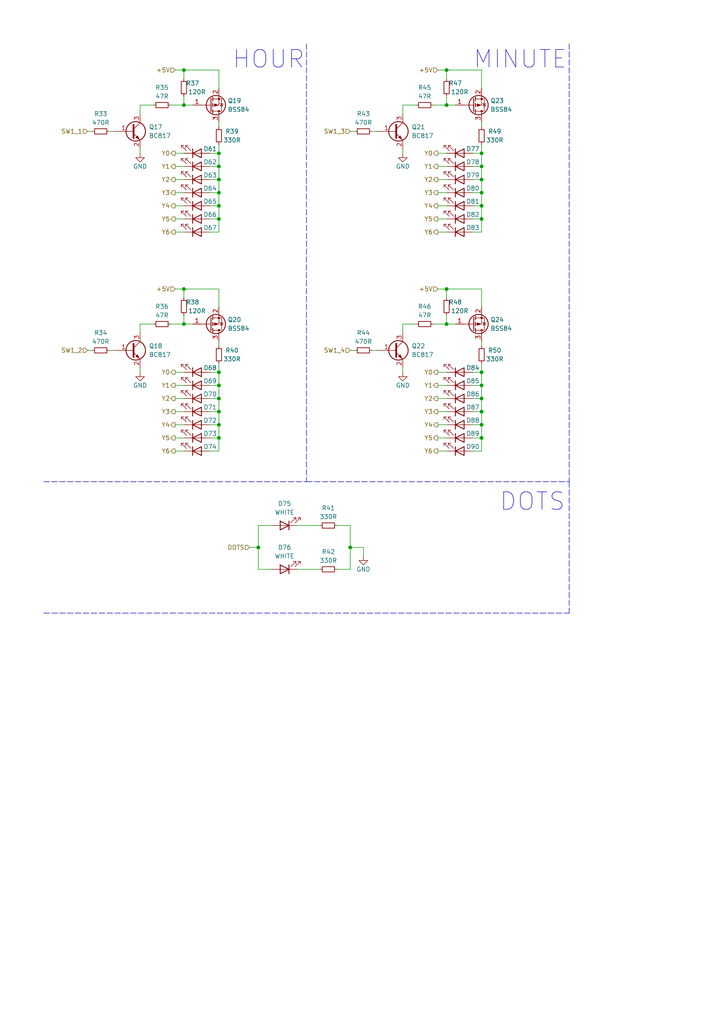
<source format=kicad_sch>
(kicad_sch (version 20211123) (generator eeschema)
  (paper "A4" portrait)
  (lib_symbols
    (symbol "Device:LED" (pin_numbers hide) (pin_names (offset 1.016) hide)
      (property "Reference" "D" (at 0 2.54 0))
      (property "Value" "LED" (at 0 -2.54 0))
      (symbol "LED_0_1"
        (polyline (pts (xy -1.27 -1.27) (xy -1.27 1.27)) (stroke (width 0.254)))
        (polyline (pts (xy -1.27 0) (xy 1.27 0)))
        (polyline (pts (xy 1.27 -1.27) (xy 1.27 1.27) (xy -1.27 0) (xy 1.27 -1.27)) (stroke (width 0.254)))
        (polyline (pts (xy -3.048 -0.762) (xy -4.572 -2.286) (xy -3.81 -2.286) (xy -4.572 -2.286) (xy -4.572 -1.524)))
        (polyline (pts (xy -1.778 -0.762) (xy -3.302 -2.286) (xy -2.54 -2.286) (xy -3.302 -2.286) (xy -3.302 -1.524)))
      )
      (symbol "LED_1_1"
        (pin passive line (at -3.81 0 0) (length 2.54) (name "K") (number "1"))
        (pin passive line (at 3.81 0 180) (length 2.54) (name "A") (number "2"))
      )
    )
    (symbol "Device:R_Small" (pin_numbers hide) (pin_names (offset 0.254) hide)
      (property "Reference" "R" (at 0.762 0.508 0))
      (property "Value" "R_Small" (at 0.762 -1.016 0))
      (symbol "R_Small_0_1"
        (rectangle (start -0.762 1.778) (end 0.762 -1.778) (stroke (width 0.2032)))
      )
      (symbol "R_Small_1_1"
        (pin passive line (at 0 2.54 270) (length 0.762) (name "~") (number "1"))
        (pin passive line (at 0 -2.54 90) (length 0.762) (name "~") (number "2"))
      )
    )
    (symbol "Transistor_BJT:BC817" (pin_names (offset 0) hide)
      (property "Reference" "Q" (at 5.08 1.905 0))
      (property "Value" "BC817" (at 5.08 0 0))
      (symbol "BC817_0_1"
        (polyline (pts (xy 0.635 0.635) (xy 2.54 2.54)))
        (polyline (pts (xy 0.635 -0.635) (xy 2.54 -2.54) (xy 2.54 -2.54)))
        (polyline (pts (xy 0.635 1.905) (xy 0.635 -1.905) (xy 0.635 -1.905)) (stroke (width 0.508)))
        (polyline (pts (xy 1.27 -1.778) (xy 1.778 -1.27) (xy 2.286 -2.286) (xy 1.27 -1.778) (xy 1.27 -1.778)) (fill (type outline)))
        (circle (center 1.27 0) (radius 2.8194) (stroke (width 0.254)))
      )
      (symbol "BC817_1_1"
        (pin input line (at -5.08 0 0) (length 5.715) (name "B") (number "1"))
        (pin passive line (at 2.54 -5.08 90) (length 2.54) (name "E") (number "2"))
        (pin passive line (at 2.54 5.08 270) (length 2.54) (name "C") (number "3"))
      )
    )
    (symbol "Transistor_FET:BSS84" (pin_names hide)
      (property "Reference" "Q" (at 5.08 1.905 0))
      (property "Value" "BSS84" (at 5.08 0 0))
      (symbol "BSS84_0_1"
        (polyline (pts (xy 0.254 0) (xy -2.54 0)))
        (polyline (pts (xy 0.254 1.905) (xy 0.254 -1.905)) (stroke (width 0.254)))
        (polyline (pts (xy 0.762 -1.27) (xy 0.762 -2.286)) (stroke (width 0.254)))
        (polyline (pts (xy 0.762 0.508) (xy 0.762 -0.508)) (stroke (width 0.254)))
        (polyline (pts (xy 0.762 2.286) (xy 0.762 1.27)) (stroke (width 0.254)))
        (polyline (pts (xy 2.54 2.54) (xy 2.54 1.778)))
        (polyline (pts (xy 2.54 -2.54) (xy 2.54 0) (xy 0.762 0)))
        (polyline (pts (xy 0.762 1.778) (xy 3.302 1.778) (xy 3.302 -1.778) (xy 0.762 -1.778)))
        (polyline (pts (xy 2.286 0) (xy 1.27 0.381) (xy 1.27 -0.381) (xy 2.286 0)) (fill (type outline)))
        (polyline (pts (xy 2.794 -0.508) (xy 2.921 -0.381) (xy 3.683 -0.381) (xy 3.81 -0.254)))
        (polyline (pts (xy 3.302 -0.381) (xy 2.921 0.254) (xy 3.683 0.254) (xy 3.302 -0.381)))
        (circle (center 1.651 0) (radius 2.794) (stroke (width 0.254)))
        (circle (center 2.54 -1.778) (radius 0.254) (fill (type outline)))
        (circle (center 2.54 1.778) (radius 0.254) (fill (type outline)))
      )
      (symbol "BSS84_1_1"
        (pin input line (at -5.08 0 0) (length 2.54) (name "G") (number "1"))
        (pin passive line (at 2.54 -5.08 90) (length 2.54) (name "S") (number "2"))
        (pin passive line (at 2.54 5.08 270) (length 2.54) (name "D") (number "3"))
      )
    )
    (symbol "power:GND" (power) (pin_names (offset 0))
      (property "Value" "GND" (at 0 -3.81 0))
      (symbol "GND_0_1"
        (polyline (pts (xy 0 0) (xy 0 -1.27) (xy 1.27 -1.27) (xy 0 -2.54) (xy -1.27 -1.27) (xy 0 -1.27)))
      )
      (symbol "GND_1_1"
        (pin power_in line (at 0 0 270) (length 0) hide (name "GND") (number "1"))
      )
    )
  )
  (junction (at 129.54 83.82))
  (junction (at 63.5 115.57))
  (junction (at 129.54 20.32))
  (junction (at 139.7 119.38))
  (junction (at 139.7 123.19))
  (junction (at 139.7 111.76))
  (junction (at 139.7 107.95))
  (junction (at 63.5 55.88))
  (junction (at 101.6 158.75))
  (junction (at 139.7 55.88))
  (junction (at 63.5 52.07))
  (junction (at 139.7 48.26))
  (junction (at 53.34 30.48))
  (junction (at 53.34 93.98))
  (junction (at 139.7 44.45))
  (junction (at 53.34 20.32))
  (junction (at 63.5 123.19))
  (junction (at 139.7 115.57))
  (junction (at 129.54 30.48))
  (junction (at 63.5 44.45))
  (junction (at 74.93 158.75))
  (junction (at 53.34 83.82))
  (junction (at 63.5 111.76))
  (junction (at 129.54 93.98))
  (junction (at 139.7 59.69))
  (junction (at 139.7 52.07))
  (junction (at 63.5 107.95))
  (junction (at 63.5 119.38))
  (junction (at 63.5 48.26))
  (junction (at 63.5 59.69))
  (junction (at 139.7 127))
  (junction (at 139.7 63.5))
  (junction (at 63.5 127))
  (junction (at 63.5 63.5))
  (wire (pts (xy 127 119.38) (xy 129.54 119.38)))
  (wire (pts (xy 139.7 55.88) (xy 139.7 59.69)))
  (wire (pts (xy 50.8 20.32) (xy 53.34 20.32)))
  (polyline (pts (xy 12.7 177.8) (xy 165.1 177.8)))
  (wire (pts (xy 105.41 158.75) (xy 101.6 158.75)))
  (wire (pts (xy 137.16 107.95) (xy 139.7 107.95)))
  (wire (pts (xy 101.6 38.1) (xy 102.87 38.1)))
  (wire (pts (xy 25.4 101.6) (xy 26.67 101.6)))
  (wire (pts (xy 50.8 83.82) (xy 53.34 83.82)))
  (wire (pts (xy 63.5 107.95) (xy 63.5 111.76)))
  (wire (pts (xy 78.74 165.1) (xy 74.93 165.1)))
  (wire (pts (xy 137.16 67.31) (xy 139.7 67.31)))
  (wire (pts (xy 139.7 52.07) (xy 139.7 55.88)))
  (wire (pts (xy 60.96 111.76) (xy 63.5 111.76)))
  (wire (pts (xy 63.5 99.06) (xy 63.5 100.33)))
  (wire (pts (xy 50.8 107.95) (xy 53.34 107.95)))
  (wire (pts (xy 63.5 115.57) (xy 63.5 119.38)))
  (wire (pts (xy 120.65 30.48) (xy 116.84 30.48)))
  (wire (pts (xy 127 44.45) (xy 129.54 44.45)))
  (wire (pts (xy 101.6 101.6) (xy 102.87 101.6)))
  (wire (pts (xy 116.84 93.98) (xy 116.84 96.52)))
  (wire (pts (xy 60.96 130.81) (xy 63.5 130.81)))
  (wire (pts (xy 63.5 83.82) (xy 63.5 88.9)))
  (wire (pts (xy 63.5 127) (xy 63.5 130.81)))
  (wire (pts (xy 139.7 48.26) (xy 139.7 52.07)))
  (wire (pts (xy 127 115.57) (xy 129.54 115.57)))
  (wire (pts (xy 63.5 44.45) (xy 63.5 48.26)))
  (wire (pts (xy 97.79 165.1) (xy 101.6 165.1)))
  (wire (pts (xy 129.54 93.98) (xy 132.08 93.98)))
  (wire (pts (xy 50.8 111.76) (xy 53.34 111.76)))
  (wire (pts (xy 127 67.31) (xy 129.54 67.31)))
  (polyline (pts (xy 88.9 139.7) (xy 165.1 139.7)))
  (wire (pts (xy 86.36 165.1) (xy 92.71 165.1)))
  (wire (pts (xy 63.5 55.88) (xy 63.5 59.69)))
  (wire (pts (xy 107.95 101.6) (xy 109.22 101.6)))
  (wire (pts (xy 137.16 59.69) (xy 139.7 59.69)))
  (wire (pts (xy 116.84 30.48) (xy 116.84 33.02)))
  (wire (pts (xy 72.39 158.75) (xy 74.93 158.75)))
  (wire (pts (xy 120.65 93.98) (xy 116.84 93.98)))
  (wire (pts (xy 137.16 52.07) (xy 139.7 52.07)))
  (wire (pts (xy 50.8 119.38) (xy 53.34 119.38)))
  (wire (pts (xy 53.34 83.82) (xy 63.5 83.82)))
  (wire (pts (xy 63.5 63.5) (xy 63.5 67.31)))
  (wire (pts (xy 50.8 127) (xy 53.34 127)))
  (wire (pts (xy 50.8 130.81) (xy 53.34 130.81)))
  (wire (pts (xy 53.34 91.44) (xy 53.34 93.98)))
  (wire (pts (xy 53.34 27.94) (xy 53.34 30.48)))
  (wire (pts (xy 60.96 55.88) (xy 63.5 55.88)))
  (wire (pts (xy 97.79 152.4) (xy 101.6 152.4)))
  (polyline (pts (xy 165.1 12.7) (xy 165.1 139.7)))
  (wire (pts (xy 60.96 59.69) (xy 63.5 59.69)))
  (wire (pts (xy 139.7 115.57) (xy 139.7 119.38)))
  (wire (pts (xy 63.5 48.26) (xy 63.5 52.07)))
  (wire (pts (xy 127 123.19) (xy 129.54 123.19)))
  (wire (pts (xy 60.96 115.57) (xy 63.5 115.57)))
  (wire (pts (xy 105.41 158.75) (xy 105.41 161.29)))
  (wire (pts (xy 137.16 115.57) (xy 139.7 115.57)))
  (wire (pts (xy 63.5 111.76) (xy 63.5 115.57)))
  (wire (pts (xy 127 130.81) (xy 129.54 130.81)))
  (wire (pts (xy 40.64 106.68) (xy 40.64 107.95)))
  (wire (pts (xy 137.16 48.26) (xy 139.7 48.26)))
  (wire (pts (xy 50.8 44.45) (xy 53.34 44.45)))
  (wire (pts (xy 125.73 30.48) (xy 129.54 30.48)))
  (wire (pts (xy 129.54 83.82) (xy 139.7 83.82)))
  (wire (pts (xy 50.8 67.31) (xy 53.34 67.31)))
  (wire (pts (xy 139.7 119.38) (xy 139.7 123.19)))
  (wire (pts (xy 53.34 30.48) (xy 55.88 30.48)))
  (wire (pts (xy 139.7 63.5) (xy 139.7 67.31)))
  (wire (pts (xy 127 63.5) (xy 129.54 63.5)))
  (wire (pts (xy 137.16 123.19) (xy 139.7 123.19)))
  (wire (pts (xy 129.54 83.82) (xy 129.54 86.36)))
  (wire (pts (xy 49.53 93.98) (xy 53.34 93.98)))
  (wire (pts (xy 127 55.88) (xy 129.54 55.88)))
  (wire (pts (xy 53.34 20.32) (xy 53.34 22.86)))
  (wire (pts (xy 137.16 55.88) (xy 139.7 55.88)))
  (wire (pts (xy 101.6 152.4) (xy 101.6 158.75)))
  (polyline (pts (xy 88.9 12.7) (xy 88.9 139.7)))
  (wire (pts (xy 127 59.69) (xy 129.54 59.69)))
  (wire (pts (xy 60.96 107.95) (xy 63.5 107.95)))
  (wire (pts (xy 25.4 38.1) (xy 26.67 38.1)))
  (wire (pts (xy 129.54 20.32) (xy 139.7 20.32)))
  (wire (pts (xy 40.64 30.48) (xy 40.64 33.02)))
  (wire (pts (xy 40.64 43.18) (xy 40.64 44.45)))
  (polyline (pts (xy 165.1 139.7) (xy 165.1 177.8)))
  (wire (pts (xy 129.54 20.32) (xy 129.54 22.86)))
  (wire (pts (xy 139.7 20.32) (xy 139.7 25.4)))
  (wire (pts (xy 137.16 44.45) (xy 139.7 44.45)))
  (wire (pts (xy 60.96 123.19) (xy 63.5 123.19)))
  (wire (pts (xy 50.8 115.57) (xy 53.34 115.57)))
  (wire (pts (xy 63.5 41.91) (xy 63.5 44.45)))
  (wire (pts (xy 63.5 105.41) (xy 63.5 107.95)))
  (wire (pts (xy 44.45 93.98) (xy 40.64 93.98)))
  (wire (pts (xy 139.7 111.76) (xy 139.7 115.57)))
  (wire (pts (xy 49.53 30.48) (xy 53.34 30.48)))
  (wire (pts (xy 63.5 59.69) (xy 63.5 63.5)))
  (wire (pts (xy 139.7 59.69) (xy 139.7 63.5)))
  (wire (pts (xy 60.96 127) (xy 63.5 127)))
  (wire (pts (xy 60.96 48.26) (xy 63.5 48.26)))
  (wire (pts (xy 139.7 107.95) (xy 139.7 111.76)))
  (wire (pts (xy 50.8 123.19) (xy 53.34 123.19)))
  (wire (pts (xy 53.34 20.32) (xy 63.5 20.32)))
  (wire (pts (xy 44.45 30.48) (xy 40.64 30.48)))
  (wire (pts (xy 116.84 106.68) (xy 116.84 107.95)))
  (wire (pts (xy 74.93 158.75) (xy 74.93 152.4)))
  (wire (pts (xy 116.84 43.18) (xy 116.84 44.45)))
  (wire (pts (xy 125.73 93.98) (xy 129.54 93.98)))
  (wire (pts (xy 63.5 123.19) (xy 63.5 127)))
  (wire (pts (xy 40.64 93.98) (xy 40.64 96.52)))
  (wire (pts (xy 74.93 152.4) (xy 78.74 152.4)))
  (wire (pts (xy 139.7 127) (xy 139.7 130.81)))
  (wire (pts (xy 129.54 27.94) (xy 129.54 30.48)))
  (wire (pts (xy 137.16 130.81) (xy 139.7 130.81)))
  (wire (pts (xy 139.7 35.56) (xy 139.7 36.83)))
  (wire (pts (xy 60.96 119.38) (xy 63.5 119.38)))
  (wire (pts (xy 137.16 111.76) (xy 139.7 111.76)))
  (wire (pts (xy 50.8 48.26) (xy 53.34 48.26)))
  (wire (pts (xy 127 20.32) (xy 129.54 20.32)))
  (wire (pts (xy 86.36 152.4) (xy 92.71 152.4)))
  (wire (pts (xy 31.75 101.6) (xy 33.02 101.6)))
  (wire (pts (xy 137.16 127) (xy 139.7 127)))
  (wire (pts (xy 139.7 105.41) (xy 139.7 107.95)))
  (wire (pts (xy 50.8 63.5) (xy 53.34 63.5)))
  (wire (pts (xy 74.93 158.75) (xy 74.93 165.1)))
  (wire (pts (xy 127 48.26) (xy 129.54 48.26)))
  (wire (pts (xy 137.16 63.5) (xy 139.7 63.5)))
  (wire (pts (xy 127 127) (xy 129.54 127)))
  (wire (pts (xy 63.5 119.38) (xy 63.5 123.19)))
  (wire (pts (xy 127 111.76) (xy 129.54 111.76)))
  (wire (pts (xy 63.5 20.32) (xy 63.5 25.4)))
  (wire (pts (xy 127 83.82) (xy 129.54 83.82)))
  (wire (pts (xy 60.96 63.5) (xy 63.5 63.5)))
  (wire (pts (xy 137.16 119.38) (xy 139.7 119.38)))
  (wire (pts (xy 31.75 38.1) (xy 33.02 38.1)))
  (polyline (pts (xy 12.7 139.7) (xy 88.9 139.7)))
  (wire (pts (xy 60.96 44.45) (xy 63.5 44.45)))
  (wire (pts (xy 107.95 38.1) (xy 109.22 38.1)))
  (wire (pts (xy 63.5 35.56) (xy 63.5 36.83)))
  (wire (pts (xy 53.34 93.98) (xy 55.88 93.98)))
  (wire (pts (xy 60.96 52.07) (xy 63.5 52.07)))
  (wire (pts (xy 139.7 83.82) (xy 139.7 88.9)))
  (wire (pts (xy 139.7 123.19) (xy 139.7 127)))
  (wire (pts (xy 50.8 59.69) (xy 53.34 59.69)))
  (wire (pts (xy 129.54 91.44) (xy 129.54 93.98)))
  (wire (pts (xy 139.7 44.45) (xy 139.7 48.26)))
  (wire (pts (xy 50.8 52.07) (xy 53.34 52.07)))
  (wire (pts (xy 139.7 99.06) (xy 139.7 100.33)))
  (wire (pts (xy 60.96 67.31) (xy 63.5 67.31)))
  (wire (pts (xy 129.54 30.48) (xy 132.08 30.48)))
  (wire (pts (xy 127 107.95) (xy 129.54 107.95)))
  (wire (pts (xy 50.8 55.88) (xy 53.34 55.88)))
  (wire (pts (xy 53.34 83.82) (xy 53.34 86.36)))
  (wire (pts (xy 127 52.07) (xy 129.54 52.07)))
  (wire (pts (xy 63.5 52.07) (xy 63.5 55.88)))
  (wire (pts (xy 139.7 41.91) (xy 139.7 44.45)))
  (wire (pts (xy 101.6 158.75) (xy 101.6 165.1)))
  (text "DOTS" (at 144.78 148.59 0) (effects (font (size 5.08 5.08)) (justify left bottom)))
  (text "HOUR" (at 67.31 20.32 0) (effects (font (size 5.08 5.08)) (justify left bottom)))
  (text "MINUTE" (at 137.16 20.32 0) (effects (font (size 5.08 5.08)) (justify left bottom)))
  (hierarchical_label "Y0" (shape output) (at 127 107.95 180))
  (hierarchical_label "Y3" (shape output) (at 50.8 119.38 180))
  (hierarchical_label "DOTS" (shape input) (at 72.39 158.75 180))
  (hierarchical_label "Y5" (shape output) (at 127 63.5 180))
  (hierarchical_label "Y1" (shape output) (at 50.8 48.26 180))
  (hierarchical_label "Y1" (shape output) (at 127 111.76 180))
  (hierarchical_label "+5V" (shape input) (at 50.8 83.82 180))
  (hierarchical_label "+5V" (shape input) (at 50.8 20.32 180))
  (hierarchical_label "Y0" (shape output) (at 50.8 107.95 180))
  (hierarchical_label "Y2" (shape output) (at 127 52.07 180))
  (hierarchical_label "Y5" (shape output) (at 127 127 180))
  (hierarchical_label "Y4" (shape output) (at 127 123.19 180))
  (hierarchical_label "Y0" (shape output) (at 127 44.45 180))
  (hierarchical_label "Y4" (shape output) (at 127 59.69 180))
  (hierarchical_label "Y6" (shape output) (at 50.8 130.81 180))
  (hierarchical_label "Y2" (shape output) (at 50.8 115.57 180))
  (hierarchical_label "Y5" (shape output) (at 50.8 63.5 180))
  (hierarchical_label "Y1" (shape output) (at 50.8 111.76 180))
  (hierarchical_label "Y2" (shape output) (at 50.8 52.07 180))
  (hierarchical_label "Y1" (shape output) (at 127 48.26 180))
  (hierarchical_label "Y4" (shape output) (at 50.8 59.69 180))
  (hierarchical_label "SW1_2" (shape input) (at 25.4 101.6 180))
  (hierarchical_label "SW1_3" (shape input) (at 101.6 38.1 180))
  (hierarchical_label "Y5" (shape output) (at 50.8 127 180))
  (hierarchical_label "Y6" (shape output) (at 127 130.81 180))
  (hierarchical_label "+5V" (shape input) (at 127 20.32 180))
  (hierarchical_label "Y6" (shape output) (at 127 67.31 180))
  (hierarchical_label "+5V" (shape input) (at 127 83.82 180))
  (hierarchical_label "Y4" (shape output) (at 50.8 123.19 180))
  (hierarchical_label "Y2" (shape output) (at 127 115.57 180))
  (hierarchical_label "Y6" (shape output) (at 50.8 67.31 180))
  (hierarchical_label "Y3" (shape output) (at 50.8 55.88 180))
  (hierarchical_label "Y0" (shape output) (at 50.8 44.45 180))
  (hierarchical_label "Y3" (shape output) (at 127 55.88 180))
  (hierarchical_label "Y3" (shape output) (at 127 119.38 180))
  (hierarchical_label "SW1_4" (shape input) (at 101.6 101.6 180))
  (hierarchical_label "SW1_1" (shape input) (at 25.4 38.1 180))
  (symbol (lib_id "Device:LED") (at 57.15 44.45 0) (mirror x) (unit 1)
    (property "Reference" "D61" (at 60.96 43.18 0))
    (property "Value" "WHITE" (effects hide))
    (property "Footprint" "LED_SMD:LED_0603_1608Metric" (effects hide))
    (property "Datasheet" "https://ozdisan.com/led-ve-aydinlatma-cozumleri/led-komponentler/sinyal-ledler-beyaz/HL-PST-1608H233W-HF4/513250" (effects hide))
  )
  (symbol (lib_id "Device:R_Small") (at 105.41 101.6 270) (unit 1)
    (property "Reference" "R44" (at 105.41 96.52 90))
    (property "Value" "470R" (at 105.41 99.06 90))
    (property "Footprint" "Resistor_SMD:R_0603_1608Metric" (effects hide))
    (property "Datasheet" "https://ozdisan.com/pasif-komponentler/direncler/smt-smd-ve-cip-direncler/0603SAJ0471T5E/336231" (effects hide))
  )
  (symbol (lib_id "Device:LED") (at 133.35 119.38 0) (mirror x) (unit 1)
    (property "Reference" "D87" (at 137.16 118.11 0))
    (property "Value" "WHITE" (effects hide))
    (property "Footprint" "LED_SMD:LED_0603_1608Metric" (effects hide))
    (property "Datasheet" "https://ozdisan.com/led-ve-aydinlatma-cozumleri/led-komponentler/sinyal-ledler-beyaz/HL-PST-1608H233W-HF4/513250" (effects hide))
  )
  (symbol (lib_id "Transistor_BJT:BC817") (at 38.1 38.1 0) (unit 1)
    (property "Reference" "Q17" (at 43.18 36.83 0) (effects (justify left)))
    (property "Value" "BC817" (at 43.18 39.37 0) (effects (justify left)))
    (property "Footprint" "Package_TO_SOT_SMD:SOT-23" (effects hide))
    (property "Datasheet" "https://ozdisan.com/guc-yari-iletkenleri/transistorler/discrete-transistorler/BC817-40-HT/417241" (effects hide))
  )
  (symbol (lib_id "Device:R_Small") (at 46.99 30.48 270) (unit 1)
    (property "Reference" "R35" (at 46.99 25.4 90))
    (property "Value" "47R" (at 46.99 27.94 90))
    (property "Footprint" "Resistor_SMD:R_0603_1608Metric" (effects hide))
    (property "Datasheet" "https://ozdisan.com/pasif-komponentler/direncler/smt-smd-ve-cip-direncler/0603SAJ0470T5E/336224" (effects hide))
  )
  (symbol (lib_id "Device:LED") (at 133.35 127 0) (mirror x) (unit 1)
    (property "Reference" "D89" (at 137.16 125.73 0))
    (property "Value" "WHITE" (effects hide))
    (property "Footprint" "LED_SMD:LED_0603_1608Metric" (effects hide))
    (property "Datasheet" "https://ozdisan.com/led-ve-aydinlatma-cozumleri/led-komponentler/sinyal-ledler-beyaz/HL-PST-1608H233W-HF4/513250" (effects hide))
  )
  (symbol (lib_id "Device:R_Small") (at 53.34 25.4 0) (unit 1)
    (property "Reference" "R37" (at 55.88 24.13 0))
    (property "Value" "120R" (at 57.15 26.67 0))
    (property "Footprint" "Resistor_SMD:R_0603_1608Metric" (effects hide))
    (property "Datasheet" "https://ozdisan.com/pasif-komponentler/direncler/smt-smd-ve-cip-direncler/0603WAJ0121T5E/534838" (effects hide))
  )
  (symbol (lib_id "Device:R_Small") (at 139.7 39.37 0) (unit 1)
    (property "Reference" "R49" (at 143.51 38.1 0))
    (property "Value" "330R" (at 143.51 40.64 0))
    (property "Footprint" "Resistor_SMD:R_0603_1608Metric" (effects hide))
    (property "Datasheet" "https://ozdisan.com/pasif-komponentler/direncler/smt-smd-ve-cip-direncler/0603WAF3300T5E/708471" (effects hide))
  )
  (symbol (lib_id "Device:R_Small") (at 129.54 25.4 0) (unit 1)
    (property "Reference" "R47" (at 132.08 24.13 0))
    (property "Value" "120R" (at 133.35 26.67 0))
    (property "Footprint" "Resistor_SMD:R_0603_1608Metric" (effects hide))
    (property "Datasheet" "https://ozdisan.com/pasif-komponentler/direncler/smt-smd-ve-cip-direncler/0603WAJ0121T5E/534838" (effects hide))
  )
  (symbol (lib_id "Transistor_FET:BSS84") (at 60.96 93.98 0) (mirror x) (unit 1)
    (property "Reference" "Q20" (at 66.04 92.71 0) (effects (justify left)))
    (property "Value" "BSS84" (at 66.04 95.25 0) (effects (justify left)))
    (property "Footprint" "Package_TO_SOT_SMD:SOT-23" (effects hide))
    (property "Datasheet" "https://ozdisan.com/guc-yari-iletkenleri/mosfetler/discrete-mosfetler/BSS84-HT/531196" (effects hide))
  )
  (symbol (lib_id "Device:R_Small") (at 29.21 38.1 270) (unit 1)
    (property "Reference" "R33" (at 29.21 33.02 90))
    (property "Value" "470R" (at 29.21 35.56 90))
    (property "Footprint" "Resistor_SMD:R_0603_1608Metric" (effects hide))
    (property "Datasheet" "https://ozdisan.com/pasif-komponentler/direncler/smt-smd-ve-cip-direncler/0603SAJ0471T5E/336231" (effects hide))
  )
  (symbol (lib_id "Device:R_Small") (at 123.19 93.98 270) (unit 1)
    (property "Reference" "R46" (at 123.19 88.9 90))
    (property "Value" "47R" (at 123.19 91.44 90))
    (property "Footprint" "Resistor_SMD:R_0603_1608Metric" (effects hide))
    (property "Datasheet" "https://ozdisan.com/pasif-komponentler/direncler/smt-smd-ve-cip-direncler/0603SAJ0470T5E/336224" (effects hide))
  )
  (symbol (lib_id "Device:R_Small") (at 53.34 88.9 0) (unit 1)
    (property "Reference" "R38" (at 55.88 87.63 0))
    (property "Value" "120R" (at 57.15 90.17 0))
    (property "Footprint" "Resistor_SMD:R_0603_1608Metric" (effects hide))
    (property "Datasheet" "https://ozdisan.com/pasif-komponentler/direncler/smt-smd-ve-cip-direncler/0603WAJ0121T5E/534838" (effects hide))
  )
  (symbol (lib_id "Device:LED") (at 133.35 67.31 0) (mirror x) (unit 1)
    (property "Reference" "D83" (at 137.16 66.04 0))
    (property "Value" "WHITE" (effects hide))
    (property "Footprint" "LED_SMD:LED_0603_1608Metric" (effects hide))
    (property "Datasheet" "https://ozdisan.com/led-ve-aydinlatma-cozumleri/led-komponentler/sinyal-ledler-beyaz/HL-PST-1608H233W-HF4/513250" (effects hide))
  )
  (symbol (lib_id "Device:R_Small") (at 63.5 39.37 0) (unit 1)
    (property "Reference" "R39" (at 67.31 38.1 0))
    (property "Value" "330R" (at 67.31 40.64 0))
    (property "Footprint" "Resistor_SMD:R_0603_1608Metric" (effects hide))
    (property "Datasheet" "https://ozdisan.com/pasif-komponentler/direncler/smt-smd-ve-cip-direncler/0603WAF3300T5E/708471" (effects hide))
  )
  (symbol (lib_id "Device:LED") (at 57.15 52.07 0) (mirror x) (unit 1)
    (property "Reference" "D63" (at 60.96 50.8 0))
    (property "Value" "WHITE" (effects hide))
    (property "Footprint" "LED_SMD:LED_0603_1608Metric" (effects hide))
    (property "Datasheet" "https://ozdisan.com/led-ve-aydinlatma-cozumleri/led-komponentler/sinyal-ledler-beyaz/HL-PST-1608H233W-HF4/513250" (effects hide))
  )
  (symbol (lib_id "Transistor_BJT:BC817") (at 114.3 38.1 0) (unit 1)
    (property "Reference" "Q21" (at 119.38 36.83 0) (effects (justify left)))
    (property "Value" "BC817" (at 119.38 39.37 0) (effects (justify left)))
    (property "Footprint" "Package_TO_SOT_SMD:SOT-23" (effects hide))
    (property "Datasheet" "https://ozdisan.com/guc-yari-iletkenleri/transistorler/discrete-transistorler/BC817-40-HT/417241" (effects hide))
  )
  (symbol (lib_id "Device:LED") (at 133.35 55.88 0) (mirror x) (unit 1)
    (property "Reference" "D80" (at 137.16 54.61 0))
    (property "Value" "WHITE" (effects hide))
    (property "Footprint" "LED_SMD:LED_0603_1608Metric" (effects hide))
    (property "Datasheet" "https://ozdisan.com/led-ve-aydinlatma-cozumleri/led-komponentler/sinyal-ledler-beyaz/HL-PST-1608H233W-HF4/513250" (effects hide))
  )
  (symbol (lib_id "Device:LED") (at 133.35 111.76 0) (mirror x) (unit 1)
    (property "Reference" "D85" (at 137.16 110.49 0))
    (property "Value" "WHITE" (effects hide))
    (property "Footprint" "LED_SMD:LED_0603_1608Metric" (effects hide))
    (property "Datasheet" "https://ozdisan.com/led-ve-aydinlatma-cozumleri/led-komponentler/sinyal-ledler-beyaz/HL-PST-1608H233W-HF4/513250" (effects hide))
  )
  (symbol (lib_id "Device:LED") (at 133.35 63.5 0) (mirror x) (unit 1)
    (property "Reference" "D82" (at 137.16 62.23 0))
    (property "Value" "WHITE" (effects hide))
    (property "Footprint" "LED_SMD:LED_0603_1608Metric" (effects hide))
    (property "Datasheet" "https://ozdisan.com/led-ve-aydinlatma-cozumleri/led-komponentler/sinyal-ledler-beyaz/HL-PST-1608H233W-HF4/513250" (effects hide))
  )
  (symbol (lib_id "power:GND") (at 105.41 161.29 0) (unit 1)
    (property "Reference" "#PWR011" (effects hide))
    (property "Value" "GND" (at 105.41 165.1 0))
  )
  (symbol (lib_id "Device:R_Small") (at 129.54 88.9 0) (unit 1)
    (property "Reference" "R48" (at 132.08 87.63 0))
    (property "Value" "120R" (at 133.35 90.17 0))
    (property "Footprint" "Resistor_SMD:R_0603_1608Metric" (effects hide))
    (property "Datasheet" "https://ozdisan.com/pasif-komponentler/direncler/smt-smd-ve-cip-direncler/0603WAJ0121T5E/534838" (effects hide))
  )
  (symbol (lib_id "Device:R_Small") (at 95.25 152.4 270) (unit 1)
    (property "Reference" "R41" (at 95.25 147.32 90))
    (property "Value" "330R" (at 95.25 149.86 90))
    (property "Footprint" "Resistor_SMD:R_0603_1608Metric" (effects hide))
    (property "Datasheet" "https://ozdisan.com/pasif-komponentler/direncler/smt-smd-ve-cip-direncler/0603WAF3300T5E/708471" (effects hide))
  )
  (symbol (lib_id "Device:LED") (at 57.15 67.31 0) (mirror x) (unit 1)
    (property "Reference" "D67" (at 60.96 66.04 0))
    (property "Value" "WHITE" (effects hide))
    (property "Footprint" "LED_SMD:LED_0603_1608Metric" (effects hide))
    (property "Datasheet" "https://ozdisan.com/led-ve-aydinlatma-cozumleri/led-komponentler/sinyal-ledler-beyaz/HL-PST-1608H233W-HF4/513250" (effects hide))
  )
  (symbol (lib_id "Transistor_FET:BSS84") (at 137.16 93.98 0) (mirror x) (unit 1)
    (property "Reference" "Q24" (at 142.24 92.71 0) (effects (justify left)))
    (property "Value" "BSS84" (at 142.24 95.25 0) (effects (justify left)))
    (property "Footprint" "Package_TO_SOT_SMD:SOT-23" (effects hide))
    (property "Datasheet" "https://ozdisan.com/guc-yari-iletkenleri/mosfetler/discrete-mosfetler/BSS84-HT/531196" (effects hide))
  )
  (symbol (lib_id "power:GND") (at 40.64 107.95 0) (unit 1)
    (property "Reference" "#PWR010" (effects hide))
    (property "Value" "GND" (at 40.64 111.76 0))
  )
  (symbol (lib_id "Device:LED") (at 57.15 119.38 0) (mirror x) (unit 1)
    (property "Reference" "D71" (at 60.96 118.11 0))
    (property "Value" "WHITE" (effects hide))
    (property "Footprint" "LED_SMD:LED_0603_1608Metric" (effects hide))
    (property "Datasheet" "https://ozdisan.com/led-ve-aydinlatma-cozumleri/led-komponentler/sinyal-ledler-beyaz/HL-PST-1608H233W-HF4/513250" (effects hide))
  )
  (symbol (lib_id "Transistor_BJT:BC817") (at 114.3 101.6 0) (unit 1)
    (property "Reference" "Q22" (at 119.38 100.33 0) (effects (justify left)))
    (property "Value" "BC817" (at 119.38 102.87 0) (effects (justify left)))
    (property "Footprint" "Package_TO_SOT_SMD:SOT-23" (effects hide))
    (property "Datasheet" "https://ozdisan.com/guc-yari-iletkenleri/transistorler/discrete-transistorler/BC817-40-HT/417241" (effects hide))
  )
  (symbol (lib_id "Device:R_Small") (at 29.21 101.6 270) (unit 1)
    (property "Reference" "R34" (at 29.21 96.52 90))
    (property "Value" "470R" (at 29.21 99.06 90))
    (property "Footprint" "Resistor_SMD:R_0603_1608Metric" (effects hide))
    (property "Datasheet" "https://ozdisan.com/pasif-komponentler/direncler/smt-smd-ve-cip-direncler/0603SAJ0471T5E/336231" (effects hide))
  )
  (symbol (lib_id "Device:LED") (at 57.15 55.88 0) (mirror x) (unit 1)
    (property "Reference" "D64" (at 60.96 54.61 0))
    (property "Value" "WHITE" (effects hide))
    (property "Footprint" "LED_SMD:LED_0603_1608Metric" (effects hide))
    (property "Datasheet" "https://ozdisan.com/led-ve-aydinlatma-cozumleri/led-komponentler/sinyal-ledler-beyaz/HL-PST-1608H233W-HF4/513250" (effects hide))
  )
  (symbol (lib_id "power:GND") (at 116.84 44.45 0) (unit 1)
    (property "Reference" "#PWR012" (effects hide))
    (property "Value" "GND" (at 116.84 48.26 0))
  )
  (symbol (lib_id "Device:LED") (at 133.35 59.69 0) (mirror x) (unit 1)
    (property "Reference" "D81" (at 137.16 58.42 0))
    (property "Value" "WHITE" (effects hide))
    (property "Footprint" "LED_SMD:LED_0603_1608Metric" (effects hide))
    (property "Datasheet" "https://ozdisan.com/led-ve-aydinlatma-cozumleri/led-komponentler/sinyal-ledler-beyaz/HL-PST-1608H233W-HF4/513250" (effects hide))
  )
  (symbol (lib_id "Device:R_Small") (at 105.41 38.1 270) (unit 1)
    (property "Reference" "R43" (at 105.41 33.02 90))
    (property "Value" "470R" (at 105.41 35.56 90))
    (property "Footprint" "Resistor_SMD:R_0603_1608Metric" (effects hide))
    (property "Datasheet" "https://ozdisan.com/pasif-komponentler/direncler/smt-smd-ve-cip-direncler/0603SAJ0471T5E/336231" (effects hide))
  )
  (symbol (lib_id "Device:R_Small") (at 63.5 102.87 0) (unit 1)
    (property "Reference" "R40" (at 67.31 101.6 0))
    (property "Value" "330R" (at 67.31 104.14 0))
    (property "Footprint" "Resistor_SMD:R_0603_1608Metric" (effects hide))
    (property "Datasheet" "https://ozdisan.com/pasif-komponentler/direncler/smt-smd-ve-cip-direncler/0603WAF3300T5E/708471" (effects hide))
  )
  (symbol (lib_id "Device:LED") (at 133.35 52.07 0) (mirror x) (unit 1)
    (property "Reference" "D79" (at 137.16 50.8 0))
    (property "Value" "WHITE" (effects hide))
    (property "Footprint" "LED_SMD:LED_0603_1608Metric" (effects hide))
    (property "Datasheet" "https://ozdisan.com/led-ve-aydinlatma-cozumleri/led-komponentler/sinyal-ledler-beyaz/HL-PST-1608H233W-HF4/513250" (effects hide))
  )
  (symbol (lib_id "Device:LED") (at 133.35 44.45 0) (mirror x) (unit 1)
    (property "Reference" "D77" (at 137.16 43.18 0))
    (property "Value" "WHITE" (effects hide))
    (property "Footprint" "LED_SMD:LED_0603_1608Metric" (effects hide))
    (property "Datasheet" "https://ozdisan.com/led-ve-aydinlatma-cozumleri/led-komponentler/sinyal-ledler-beyaz/HL-PST-1608H233W-HF4/513250" (effects hide))
  )
  (symbol (lib_id "Device:LED") (at 57.15 48.26 0) (mirror x) (unit 1)
    (property "Reference" "D62" (at 60.96 46.99 0))
    (property "Value" "WHITE" (effects hide))
    (property "Footprint" "LED_SMD:LED_0603_1608Metric" (effects hide))
    (property "Datasheet" "https://ozdisan.com/led-ve-aydinlatma-cozumleri/led-komponentler/sinyal-ledler-beyaz/HL-PST-1608H233W-HF4/513250" (effects hide))
  )
  (symbol (lib_id "Device:R_Small") (at 46.99 93.98 270) (unit 1)
    (property "Reference" "R36" (at 46.99 88.9 90))
    (property "Value" "47R" (at 46.99 91.44 90))
    (property "Footprint" "Resistor_SMD:R_0603_1608Metric" (effects hide))
    (property "Datasheet" "https://ozdisan.com/pasif-komponentler/direncler/smt-smd-ve-cip-direncler/0603SAJ0470T5E/336224" (effects hide))
  )
  (symbol (lib_id "Transistor_FET:BSS84") (at 137.16 30.48 0) (mirror x) (unit 1)
    (property "Reference" "Q23" (at 142.24 29.21 0) (effects (justify left)))
    (property "Value" "BSS84" (at 142.24 31.75 0) (effects (justify left)))
    (property "Footprint" "Package_TO_SOT_SMD:SOT-23" (effects hide))
    (property "Datasheet" "https://ozdisan.com/guc-yari-iletkenleri/mosfetler/discrete-mosfetler/BSS84-HT/531196" (effects hide))
  )
  (symbol (lib_id "Device:LED") (at 57.15 59.69 0) (mirror x) (unit 1)
    (property "Reference" "D65" (at 60.96 58.42 0))
    (property "Value" "WHITE" (effects hide))
    (property "Footprint" "LED_SMD:LED_0603_1608Metric" (effects hide))
    (property "Datasheet" "https://ozdisan.com/led-ve-aydinlatma-cozumleri/led-komponentler/sinyal-ledler-beyaz/HL-PST-1608H233W-HF4/513250" (effects hide))
  )
  (symbol (lib_id "power:GND") (at 116.84 107.95 0) (unit 1)
    (property "Reference" "#PWR013" (effects hide))
    (property "Value" "GND" (at 116.84 111.76 0))
  )
  (symbol (lib_id "Device:LED") (at 82.55 152.4 180) (unit 1)
    (property "Reference" "D75" (at 82.55 146.05 0))
    (property "Value" "WHITE" (at 82.55 148.59 0))
    (property "Footprint" "LED_SMD:LED_0603_1608Metric" (effects hide))
    (property "Datasheet" "https://ozdisan.com/led-ve-aydinlatma-cozumleri/led-komponentler/sinyal-ledler-beyaz/HL-PST-1608H233W-HF4/513250" (effects hide))
  )
  (symbol (lib_id "Device:LED") (at 133.35 123.19 0) (mirror x) (unit 1)
    (property "Reference" "D88" (at 137.16 121.92 0))
    (property "Value" "WHITE" (effects hide))
    (property "Footprint" "LED_SMD:LED_0603_1608Metric" (effects hide))
    (property "Datasheet" "https://ozdisan.com/led-ve-aydinlatma-cozumleri/led-komponentler/sinyal-ledler-beyaz/HL-PST-1608H233W-HF4/513250" (effects hide))
  )
  (symbol (lib_id "Transistor_FET:BSS84") (at 60.96 30.48 0) (mirror x) (unit 1)
    (property "Reference" "Q19" (at 66.04 29.21 0) (effects (justify left)))
    (property "Value" "BSS84" (at 66.04 31.75 0) (effects (justify left)))
    (property "Footprint" "Package_TO_SOT_SMD:SOT-23" (effects hide))
    (property "Datasheet" "https://ozdisan.com/guc-yari-iletkenleri/mosfetler/discrete-mosfetler/BSS84-HT/531196" (effects hide))
  )
  (symbol (lib_id "Device:LED") (at 133.35 115.57 0) (mirror x) (unit 1)
    (property "Reference" "D86" (at 137.16 114.3 0))
    (property "Value" "WHITE" (effects hide))
    (property "Footprint" "LED_SMD:LED_0603_1608Metric" (effects hide))
    (property "Datasheet" "https://ozdisan.com/led-ve-aydinlatma-cozumleri/led-komponentler/sinyal-ledler-beyaz/HL-PST-1608H233W-HF4/513250" (effects hide))
  )
  (symbol (lib_id "Transistor_BJT:BC817") (at 38.1 101.6 0) (unit 1)
    (property "Reference" "Q18" (at 43.18 100.33 0) (effects (justify left)))
    (property "Value" "BC817" (at 43.18 102.87 0) (effects (justify left)))
    (property "Footprint" "Package_TO_SOT_SMD:SOT-23" (effects hide))
    (property "Datasheet" "https://ozdisan.com/guc-yari-iletkenleri/transistorler/discrete-transistorler/BC817-40-HT/417241" (effects hide))
  )
  (symbol (lib_id "Device:LED") (at 57.15 107.95 0) (mirror x) (unit 1)
    (property "Reference" "D68" (at 60.96 106.68 0))
    (property "Value" "WHITE" (effects hide))
    (property "Footprint" "LED_SMD:LED_0603_1608Metric" (effects hide))
    (property "Datasheet" "https://ozdisan.com/led-ve-aydinlatma-cozumleri/led-komponentler/sinyal-ledler-beyaz/HL-PST-1608H233W-HF4/513250" (effects hide))
  )
  (symbol (lib_id "power:GND") (at 40.64 44.45 0) (unit 1)
    (property "Reference" "#PWR09" (effects hide))
    (property "Value" "GND" (at 40.64 48.26 0))
  )
  (symbol (lib_id "Device:R_Small") (at 95.25 165.1 270) (unit 1)
    (property "Reference" "R42" (at 95.25 160.02 90))
    (property "Value" "330R" (at 95.25 162.56 90))
    (property "Footprint" "Resistor_SMD:R_0603_1608Metric" (effects hide))
    (property "Datasheet" "https://ozdisan.com/pasif-komponentler/direncler/smt-smd-ve-cip-direncler/0603WAF3300T5E/708471" (effects hide))
  )
  (symbol (lib_id "Device:LED") (at 57.15 130.81 0) (mirror x) (unit 1)
    (property "Reference" "D74" (at 60.96 129.54 0))
    (property "Value" "WHITE" (effects hide))
    (property "Footprint" "LED_SMD:LED_0603_1608Metric" (effects hide))
    (property "Datasheet" "https://ozdisan.com/led-ve-aydinlatma-cozumleri/led-komponentler/sinyal-ledler-beyaz/HL-PST-1608H233W-HF4/513250" (effects hide))
  )
  (symbol (lib_id "Device:LED") (at 57.15 111.76 0) (mirror x) (unit 1)
    (property "Reference" "D69" (at 60.96 110.49 0))
    (property "Value" "WHITE" (effects hide))
    (property "Footprint" "LED_SMD:LED_0603_1608Metric" (effects hide))
    (property "Datasheet" "https://ozdisan.com/led-ve-aydinlatma-cozumleri/led-komponentler/sinyal-ledler-beyaz/HL-PST-1608H233W-HF4/513250" (effects hide))
  )
  (symbol (lib_id "Device:LED") (at 57.15 63.5 0) (mirror x) (unit 1)
    (property "Reference" "D66" (at 60.96 62.23 0))
    (property "Value" "WHITE" (effects hide))
    (property "Footprint" "LED_SMD:LED_0603_1608Metric" (effects hide))
    (property "Datasheet" "https://ozdisan.com/led-ve-aydinlatma-cozumleri/led-komponentler/sinyal-ledler-beyaz/HL-PST-1608H233W-HF4/513250" (effects hide))
  )
  (symbol (lib_id "Device:LED") (at 57.15 127 0) (mirror x) (unit 1)
    (property "Reference" "D73" (at 60.96 125.73 0))
    (property "Value" "WHITE" (effects hide))
    (property "Footprint" "LED_SMD:LED_0603_1608Metric" (effects hide))
    (property "Datasheet" "https://ozdisan.com/led-ve-aydinlatma-cozumleri/led-komponentler/sinyal-ledler-beyaz/HL-PST-1608H233W-HF4/513250" (effects hide))
  )
  (symbol (lib_id "Device:LED") (at 133.35 48.26 0) (mirror x) (unit 1)
    (property "Reference" "D78" (at 137.16 46.99 0))
    (property "Value" "WHITE" (effects hide))
    (property "Footprint" "LED_SMD:LED_0603_1608Metric" (effects hide))
    (property "Datasheet" "https://ozdisan.com/led-ve-aydinlatma-cozumleri/led-komponentler/sinyal-ledler-beyaz/HL-PST-1608H233W-HF4/513250" (effects hide))
  )
  (symbol (lib_id "Device:LED") (at 57.15 115.57 0) (mirror x) (unit 1)
    (property "Reference" "D70" (at 60.96 114.3 0))
    (property "Value" "WHITE" (effects hide))
    (property "Footprint" "LED_SMD:LED_0603_1608Metric" (effects hide))
    (property "Datasheet" "https://ozdisan.com/led-ve-aydinlatma-cozumleri/led-komponentler/sinyal-ledler-beyaz/HL-PST-1608H233W-HF4/513250" (effects hide))
  )
  (symbol (lib_id "Device:R_Small") (at 139.7 102.87 0) (unit 1)
    (property "Reference" "R50" (at 143.51 101.6 0))
    (property "Value" "330R" (at 143.51 104.14 0))
    (property "Footprint" "Resistor_SMD:R_0603_1608Metric" (effects hide))
    (property "Datasheet" "https://ozdisan.com/pasif-komponentler/direncler/smt-smd-ve-cip-direncler/0603WAF3300T5E/708471" (effects hide))
  )
  (symbol (lib_id "Device:LED") (at 57.15 123.19 0) (mirror x) (unit 1)
    (property "Reference" "D72" (at 60.96 121.92 0))
    (property "Value" "WHITE" (effects hide))
    (property "Footprint" "LED_SMD:LED_0603_1608Metric" (effects hide))
    (property "Datasheet" "https://ozdisan.com/led-ve-aydinlatma-cozumleri/led-komponentler/sinyal-ledler-beyaz/HL-PST-1608H233W-HF4/513250" (effects hide))
  )
  (symbol (lib_id "Device:LED") (at 133.35 107.95 0) (mirror x) (unit 1)
    (property "Reference" "D84" (at 137.16 106.68 0))
    (property "Value" "WHITE" (effects hide))
    (property "Footprint" "LED_SMD:LED_0603_1608Metric" (effects hide))
    (property "Datasheet" "https://ozdisan.com/led-ve-aydinlatma-cozumleri/led-komponentler/sinyal-ledler-beyaz/HL-PST-1608H233W-HF4/513250" (effects hide))
  )
  (symbol (lib_id "Device:LED") (at 133.35 130.81 0) (mirror x) (unit 1)
    (property "Reference" "D90" (at 137.16 129.54 0))
    (property "Value" "WHITE" (effects hide))
    (property "Footprint" "LED_SMD:LED_0603_1608Metric" (effects hide))
    (property "Datasheet" "https://ozdisan.com/led-ve-aydinlatma-cozumleri/led-komponentler/sinyal-ledler-beyaz/HL-PST-1608H233W-HF4/513250" (effects hide))
  )
  (symbol (lib_id "Device:LED") (at 82.55 165.1 180) (unit 1)
    (property "Reference" "D76" (at 82.55 158.75 0))
    (property "Value" "WHITE" (at 82.55 161.29 0))
    (property "Footprint" "LED_SMD:LED_0603_1608Metric" (effects hide))
    (property "Datasheet" "https://ozdisan.com/led-ve-aydinlatma-cozumleri/led-komponentler/sinyal-ledler-beyaz/HL-PST-1608H233W-HF4/513250" (effects hide))
  )
  (symbol (lib_id "Device:R_Small") (at 123.19 30.48 270) (unit 1)
    (property "Reference" "R45" (at 123.19 25.4 90))
    (property "Value" "47R" (at 123.19 27.94 90))
    (property "Footprint" "Resistor_SMD:R_0603_1608Metric" (effects hide))
    (property "Datasheet" "https://ozdisan.com/pasif-komponentler/direncler/smt-smd-ve-cip-direncler/0603SAJ0470T5E/336224" (effects hide))
  )
)
</source>
